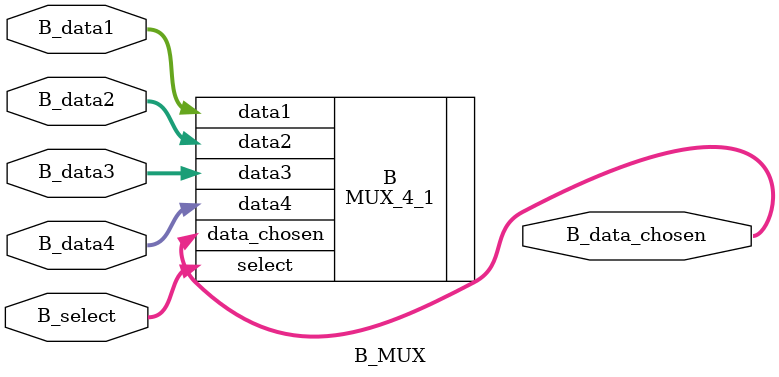
<source format=v>
`timescale 1ns / 1ps


module B_MUX(
    input [31:0] B_data1,
    input [31:0] B_data2,
    input [31:0] B_data3,
    input [31:0] B_data4,
    input [1:0] B_select,
    output wire [31:0] B_data_chosen
    );

MUX_4_1 B(
    .data1(B_data1),
    .data2(B_data2),
    .data3(B_data3),
    .data4(B_data4),
    .select(B_select),
    .data_chosen(B_data_chosen)
);

endmodule

</source>
